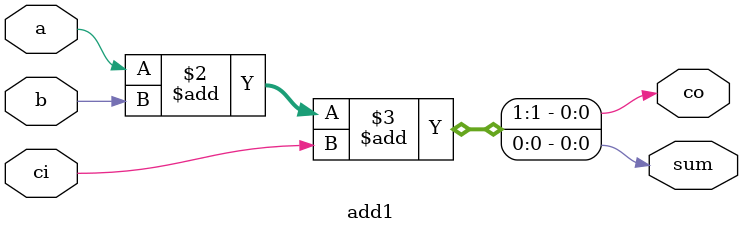
<source format=v>
`timescale 1ns / 1ns

module gentest;

reg [7:0] a=0, b=0;
wire co;
wire [7:0] result;

adder work(a, b, 1'b0, result, co);

integer cc;
initial begin
	for (cc=0; cc<10; cc=cc+1) begin
		a=a+1;
		#10;
		$display("%d %d %d", a, b, result);
		b=result;
	end
	if (b==55) $display("PASSED");
	else $display("FAIL");
end

endmodule

module adder(a, b, ci, out, co);
parameter SIZE=8;
input [SIZE-1:0] a;
input [SIZE-1:0] b;
input ci;
output [SIZE-1:0] out;
output co;

wire [SIZE:0] c;
assign c[0] = ci;
assign co = c[SIZE];
`ifdef NOGENERATE
	add1 bit0(a[0], b[0], c[0], out[0], c[0+1]);
	add1 bit1(a[1], b[1], c[1], out[1], c[1+1]);
	add1 bit2(a[2], b[2], c[2], out[2], c[2+1]);
	add1 bit3(a[3], b[3], c[3], out[3], c[3+1]);
	add1 bit4(a[4], b[4], c[4], out[4], c[4+1]);
	add1 bit5(a[5], b[5], c[5], out[5], c[5+1]);
	add1 bit6(a[6], b[6], c[6], out[6], c[6+1]);
	add1 bit7(a[7], b[7], c[7], out[7], c[7+1]);
`else
genvar i;
generate for(i=0; i<SIZE; i=i+1) begin:addbit
	add1 bit(a[i], b[i], c[i], out[i], c[i+1]);
end endgenerate
`endif

endmodule

module add1(a, b, ci, sum, co);
	input a, b, ci;
	output sum, co;
	assign {co,sum} = a + b + ci;
endmodule

 	  	 

</source>
